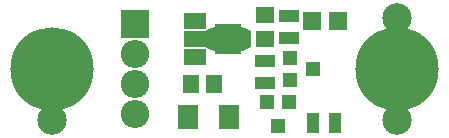
<source format=gbr>
G04 #@! TF.FileFunction,Soldermask,Top*
%FSLAX46Y46*%
G04 Gerber Fmt 4.6, Leading zero omitted, Abs format (unit mm)*
G04 Created by KiCad (PCBNEW 4.0.5-e0-6337~49~ubuntu15.04.1) date Tue Dec 19 21:41:28 2017*
%MOMM*%
%LPD*%
G01*
G04 APERTURE LIST*
%ADD10C,0.100000*%
%ADD11R,1.700000X1.100000*%
%ADD12C,2.500000*%
%ADD13C,7.050000*%
%ADD14R,1.400000X1.650000*%
%ADD15R,1.650000X1.400000*%
%ADD16O,2.398980X2.398980*%
%ADD17R,2.398980X2.398980*%
%ADD18R,1.200000X1.300000*%
%ADD19R,1.900000X1.400000*%
%ADD20R,2.200000X1.400000*%
%ADD21R,2.240000X2.600000*%
%ADD22R,1.300000X1.200000*%
%ADD23R,1.700000X2.100000*%
%ADD24R,1.600000X1.600000*%
%ADD25R,1.100000X1.700000*%
G04 APERTURE END LIST*
D10*
D11*
X137414000Y-80076000D03*
X137414000Y-81976000D03*
D12*
X119380000Y-85090000D03*
X148590000Y-85090000D03*
D13*
X148590000Y-80772000D03*
D14*
X131080000Y-82042000D03*
X133080000Y-82042000D03*
D15*
X137414000Y-78216000D03*
X137414000Y-76216000D03*
D16*
X126365000Y-84582000D03*
D17*
X126365000Y-76962000D03*
D16*
X126365000Y-79502000D03*
X126365000Y-82042000D03*
D18*
X139446000Y-83582000D03*
X137546000Y-83582000D03*
X138496000Y-85582000D03*
D10*
G36*
X134967000Y-76932000D02*
X136217000Y-77532000D01*
X136217000Y-78932000D01*
X134967000Y-79532000D01*
X134967000Y-76932000D01*
X134967000Y-76932000D01*
G37*
D19*
X131445000Y-76732000D03*
D20*
X131591500Y-78232000D03*
D19*
X131445000Y-79732000D03*
D21*
X134258500Y-78232000D03*
D10*
G36*
X133548800Y-79532000D02*
X132148800Y-78832000D01*
X132148800Y-77632000D01*
X133548800Y-76932000D01*
X133548800Y-79532000D01*
X133548800Y-79532000D01*
G37*
D22*
X139462000Y-79822000D03*
X139462000Y-81722000D03*
X141462000Y-80772000D03*
D13*
X119380000Y-80772000D03*
D12*
X148590000Y-76454000D03*
D23*
X130838000Y-84836000D03*
X134338000Y-84836000D03*
D24*
X141394000Y-76708000D03*
X143594000Y-76708000D03*
D11*
X139446000Y-76266000D03*
X139446000Y-78166000D03*
D25*
X143317000Y-85344000D03*
X141417000Y-85344000D03*
M02*

</source>
